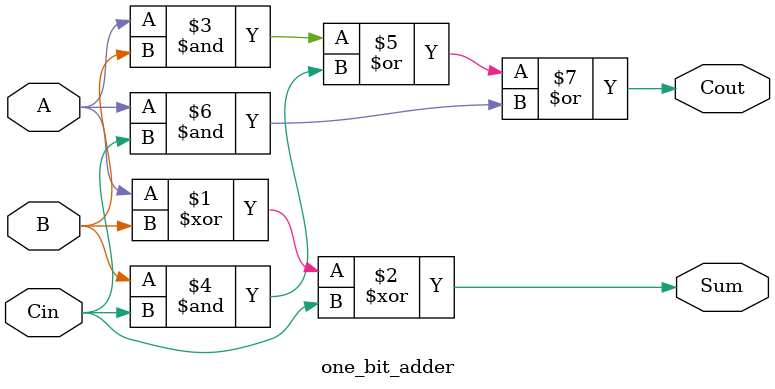
<source format=v>
module one_bit_adder(
    input A, B, Cin,
    output Sum, Cout
);
	assign Sum = A ^ B ^ Cin;
	assign Cout = (A & B) | (B & Cin) | (A & Cin);
endmodule

</source>
